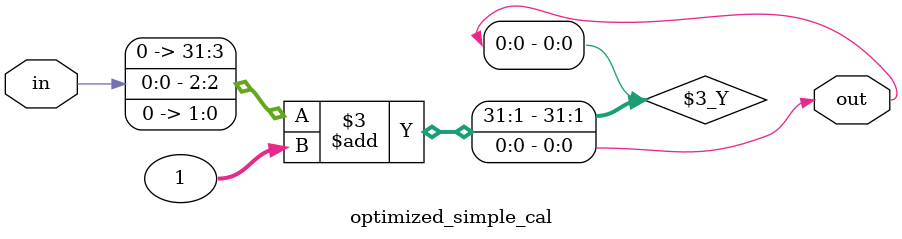
<source format=v>
module optimized(
    input wire a,
    input wire b,
    output wire y
);
    wire x;
    optimized_simple_cal cal0(.in(1), .out(x));
    optimized_mux2to1 mux0 (.in0(a), .in1(x), .sel(b), .out(y));
endmodule

// 2-to-1 Multiplexer Module
module optimized_mux2to1(
    input wire in0,
    input wire in1,
    input wire sel,
    output reg out
);
    always @(*) begin
        out = sel ? in1 : in0; // Use ternary operator for clarity
    end
endmodule

// simple calculation
module optimized_simple_cal(
    input wire in,
    output reg out
);
    always @(*) begin
          out = (in << 2) + 1;
    end
endmodule

</source>
